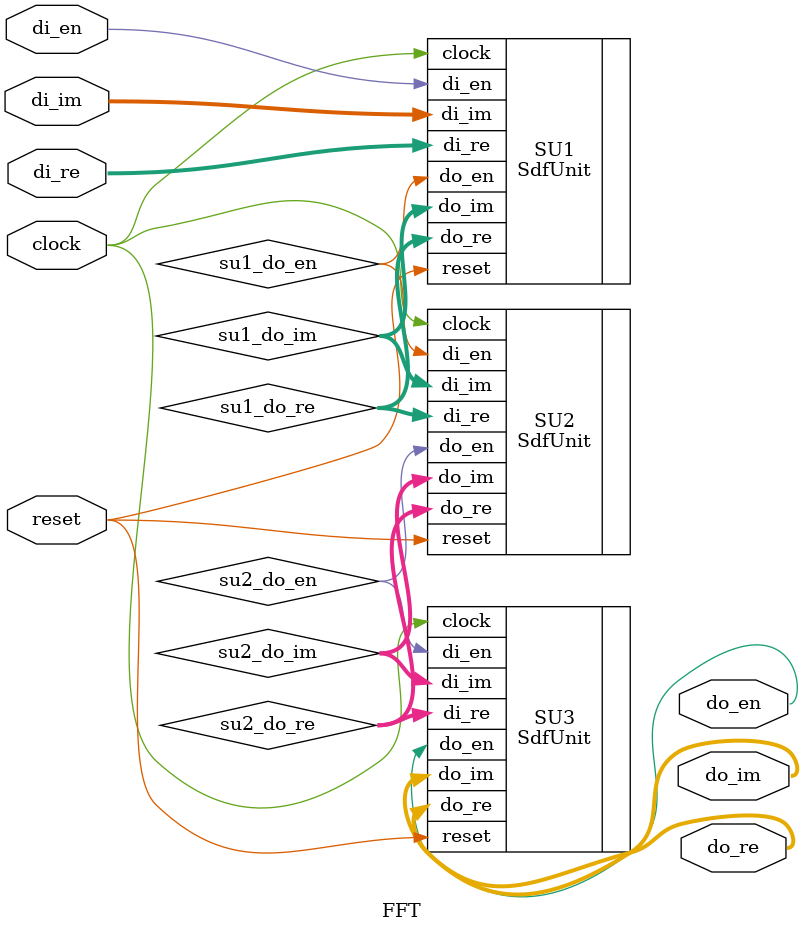
<source format=v>

module FFT #(
    parameter   WIDTH = 16
)(
    input               clock,  //  Master Clock
    input               reset,  //  Active High Asynchronous Reset
    input               di_en,  //  Input Data Enable
    input   [WIDTH-1:0] di_re,  //  Input Data (Real)
    input   [WIDTH-1:0] di_im,  //  Input Data (Imag)
    output              do_en,  //  Output Data Enable
    output  [WIDTH-1:0] do_re,  //  Output Data (Real)
    output  [WIDTH-1:0] do_im   //  Output Data (Imag)
);
//----------------------------------------------------------------------
//  Data must be input consecutively in natural order.
//  The result is scaled to 1/N and output in bit-reversed order.
//  The output latency is 71 clock cycles.
//----------------------------------------------------------------------

wire            su1_do_en;
wire[WIDTH-1:0] su1_do_re;
wire[WIDTH-1:0] su1_do_im;
wire            su2_do_en;
wire[WIDTH-1:0] su2_do_re;
wire[WIDTH-1:0] su2_do_im;

SdfUnit #(.N(64),.M(64),.WIDTH(WIDTH)) SU1 (
    .clock  (clock      ),  //  i
    .reset  (reset      ),  //  i
    .di_en  (di_en      ),  //  i
    .di_re  (di_re      ),  //  i
    .di_im  (di_im      ),  //  i
    .do_en  (su1_do_en  ),  //  o
    .do_re  (su1_do_re  ),  //  o
    .do_im  (su1_do_im  )   //  o
);

SdfUnit #(.N(64),.M(16),.WIDTH(WIDTH)) SU2 (
    .clock  (clock      ),  //  i
    .reset  (reset      ),  //  i
    .di_en  (su1_do_en  ),  //  i
    .di_re  (su1_do_re  ),  //  i
    .di_im  (su1_do_im  ),  //  i
    .do_en  (su2_do_en  ),  //  o
    .do_re  (su2_do_re  ),  //  o
    .do_im  (su2_do_im  )   //  o
);

SdfUnit #(.N(64),.M(4),.WIDTH(WIDTH)) SU3 (
    .clock  (clock      ),  //  i
    .reset  (reset      ),  //  i
    .di_en  (su2_do_en  ),  //  i
    .di_re  (su2_do_re  ),  //  i
    .di_im  (su2_do_im  ),  //  i
    .do_en  (do_en      ),  //  o
    .do_re  (do_re      ),  //  o
    .do_im  (do_im      )   //  o
);

endmodule

</source>
